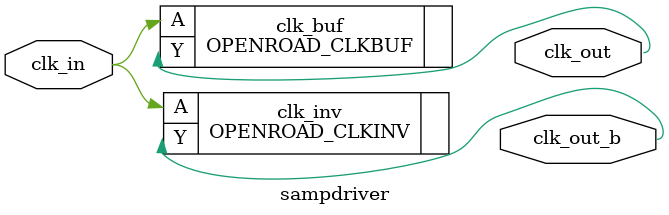
<source format=v>

(* dont_touch = "true" *)
module sampdriver (
    input  wire clk_in,           // Input clock signal
    output wire clk_out,          // Buffered output clock
    output wire clk_out_b         // Inverted output clock

    // Power supply signals
`ifdef USE_POWER_PINS
    ,inout wire vdd_d, vss_d      // Digital supply
`endif
);

    // Generic clock buffer for main signal path
    OPENROAD_CLKBUF clk_buf (
        .A(clk_in),               // Input clock
        .Y(clk_out)               // Buffered clock output
`ifdef USE_POWER_PINS
        ,.VDD(vdd_d),             // Power supply
        .VSS(vss_d)               // Ground supply
`endif
    );

    // Generic clock inverter for complementary signal path
    OPENROAD_CLKINV clk_inv (
        .A(clk_in),               // Input clock
        .Y(clk_out_b)             // Inverted clock output
`ifdef USE_POWER_PINS
        ,.VDD(vdd_d),             // Power supply
        .VSS(vss_d)               // Ground supply
`endif
    );

endmodule

</source>
